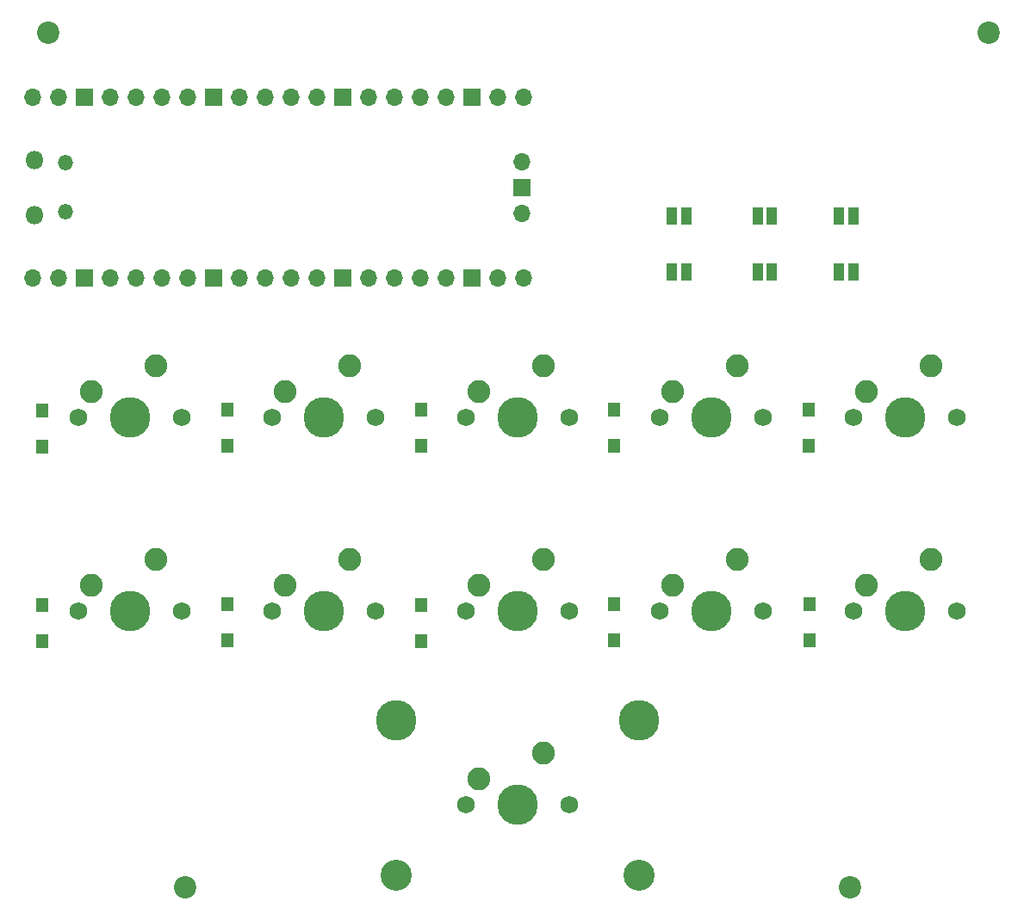
<source format=gbr>
%TF.GenerationSoftware,KiCad,Pcbnew,(5.1.10-1-10_14)*%
%TF.CreationDate,2021-10-23T10:24:52+09:00*%
%TF.ProjectId,PicoRubyMacroPad,5069636f-5275-4627-994d-6163726f5061,rev?*%
%TF.SameCoordinates,Original*%
%TF.FileFunction,Soldermask,Bot*%
%TF.FilePolarity,Negative*%
%FSLAX46Y46*%
G04 Gerber Fmt 4.6, Leading zero omitted, Abs format (unit mm)*
G04 Created by KiCad (PCBNEW (5.1.10-1-10_14)) date 2021-10-23 10:24:52*
%MOMM*%
%LPD*%
G01*
G04 APERTURE LIST*
%ADD10C,2.200000*%
%ADD11C,2.250000*%
%ADD12C,3.987800*%
%ADD13C,1.750000*%
%ADD14C,3.048000*%
%ADD15R,1.300000X1.400000*%
%ADD16R,1.000000X1.700000*%
%ADD17O,1.700000X1.700000*%
%ADD18R,1.700000X1.700000*%
%ADD19O,1.500000X1.500000*%
%ADD20O,1.800000X1.800000*%
G04 APERTURE END LIST*
D10*
%TO.C,H4*%
X156600000Y-131200000D03*
%TD*%
%TO.C,H3*%
X91200000Y-131200000D03*
%TD*%
%TO.C,H2*%
X170200000Y-47200000D03*
%TD*%
%TO.C,H1*%
X77800000Y-47200000D03*
%TD*%
D11*
%TO.C,SW11*%
X126440000Y-118020000D03*
D12*
X123900000Y-123100000D03*
D11*
X120090000Y-120560000D03*
D13*
X118820000Y-123100000D03*
X128980000Y-123100000D03*
D14*
X111993750Y-130085000D03*
X135806250Y-130085000D03*
D12*
X111993750Y-114845000D03*
X135806250Y-114845000D03*
%TD*%
D11*
%TO.C,SW10*%
X164540000Y-98970000D03*
D12*
X162000000Y-104050000D03*
D11*
X158190000Y-101510000D03*
D13*
X156920000Y-104050000D03*
X167080000Y-104050000D03*
%TD*%
D11*
%TO.C,SW9*%
X145490000Y-98970000D03*
D12*
X142950000Y-104050000D03*
D11*
X139140000Y-101510000D03*
D13*
X137870000Y-104050000D03*
X148030000Y-104050000D03*
%TD*%
D11*
%TO.C,SW8*%
X126440000Y-98970000D03*
D12*
X123900000Y-104050000D03*
D11*
X120090000Y-101510000D03*
D13*
X118820000Y-104050000D03*
X128980000Y-104050000D03*
%TD*%
D11*
%TO.C,SW7*%
X107390000Y-98970000D03*
D12*
X104850000Y-104050000D03*
D11*
X101040000Y-101510000D03*
D13*
X99770000Y-104050000D03*
X109930000Y-104050000D03*
%TD*%
D11*
%TO.C,SW6*%
X88340000Y-98970000D03*
D12*
X85800000Y-104050000D03*
D11*
X81990000Y-101510000D03*
D13*
X80720000Y-104050000D03*
X90880000Y-104050000D03*
%TD*%
D15*
%TO.C,D10*%
X152600000Y-103425000D03*
X152600000Y-106975000D03*
%TD*%
%TO.C,D9*%
X133400000Y-103425000D03*
X133400000Y-106975000D03*
%TD*%
%TO.C,D8*%
X114400000Y-103450000D03*
X114400000Y-107000000D03*
%TD*%
%TO.C,D7*%
X95400000Y-103425000D03*
X95400000Y-106975000D03*
%TD*%
%TO.C,D6*%
X77200000Y-103500000D03*
X77200000Y-107050000D03*
%TD*%
%TO.C,D5*%
X152500000Y-84225000D03*
X152500000Y-87775000D03*
%TD*%
%TO.C,D4*%
X133400000Y-84225000D03*
X133400000Y-87775000D03*
%TD*%
%TO.C,D3*%
X114400000Y-84225000D03*
X114400000Y-87775000D03*
%TD*%
%TO.C,D2*%
X95400000Y-84225000D03*
X95400000Y-87775000D03*
%TD*%
%TO.C,D1*%
X77200000Y-84300000D03*
X77200000Y-87850000D03*
%TD*%
D11*
%TO.C,SW5*%
X164540000Y-79920000D03*
D12*
X162000000Y-85000000D03*
D11*
X158190000Y-82460000D03*
D13*
X156920000Y-85000000D03*
X167080000Y-85000000D03*
%TD*%
D11*
%TO.C,SW4*%
X145490000Y-79920000D03*
D12*
X142950000Y-85000000D03*
D11*
X139140000Y-82460000D03*
D13*
X137870000Y-85000000D03*
X148030000Y-85000000D03*
%TD*%
D11*
%TO.C,SW3*%
X126440000Y-79920000D03*
D12*
X123900000Y-85000000D03*
D11*
X120090000Y-82460000D03*
D13*
X118820000Y-85000000D03*
X128980000Y-85000000D03*
%TD*%
D11*
%TO.C,SW2*%
X107390000Y-79920000D03*
D12*
X104850000Y-85000000D03*
D11*
X101040000Y-82460000D03*
D13*
X99770000Y-85000000D03*
X109930000Y-85000000D03*
%TD*%
D11*
%TO.C,SW1*%
X88340000Y-79920000D03*
D12*
X85800000Y-85000000D03*
D11*
X81990000Y-82460000D03*
D13*
X80720000Y-85000000D03*
X90880000Y-85000000D03*
%TD*%
D16*
%TO.C,LED3*%
X156900000Y-70700000D03*
X155500000Y-70700000D03*
X156900000Y-65200000D03*
X155500000Y-65200000D03*
%TD*%
%TO.C,LED2*%
X148900000Y-70700000D03*
X147500000Y-70700000D03*
X148900000Y-65200000D03*
X147500000Y-65200000D03*
%TD*%
D17*
%TO.C,U1*%
X124300000Y-59850000D03*
D18*
X124300000Y-62390000D03*
D17*
X124300000Y-64930000D03*
D19*
X79430000Y-59965000D03*
X79430000Y-64815000D03*
D20*
X76400000Y-59665000D03*
X76400000Y-65115000D03*
D17*
X76270000Y-53500000D03*
X78810000Y-53500000D03*
D18*
X81350000Y-53500000D03*
D17*
X83890000Y-53500000D03*
X86430000Y-53500000D03*
X88970000Y-53500000D03*
X91510000Y-53500000D03*
D18*
X94050000Y-53500000D03*
D17*
X96590000Y-53500000D03*
X99130000Y-53500000D03*
X101670000Y-53500000D03*
X104210000Y-53500000D03*
D18*
X106750000Y-53500000D03*
D17*
X109290000Y-53500000D03*
X111830000Y-53500000D03*
X114370000Y-53500000D03*
X116910000Y-53500000D03*
D18*
X119450000Y-53500000D03*
D17*
X121990000Y-53500000D03*
X124530000Y-53500000D03*
X124530000Y-71280000D03*
X121990000Y-71280000D03*
D18*
X119450000Y-71280000D03*
D17*
X116910000Y-71280000D03*
X114370000Y-71280000D03*
X111830000Y-71280000D03*
X109290000Y-71280000D03*
D18*
X106750000Y-71280000D03*
D17*
X104210000Y-71280000D03*
X101670000Y-71280000D03*
X99130000Y-71280000D03*
X96590000Y-71280000D03*
D18*
X94050000Y-71280000D03*
D17*
X91510000Y-71280000D03*
X88970000Y-71280000D03*
X86430000Y-71280000D03*
X83890000Y-71280000D03*
D18*
X81350000Y-71280000D03*
D17*
X78810000Y-71280000D03*
X76270000Y-71280000D03*
%TD*%
D16*
%TO.C,LED1*%
X140500000Y-70700000D03*
X139100000Y-70700000D03*
X140500000Y-65200000D03*
X139100000Y-65200000D03*
%TD*%
M02*

</source>
